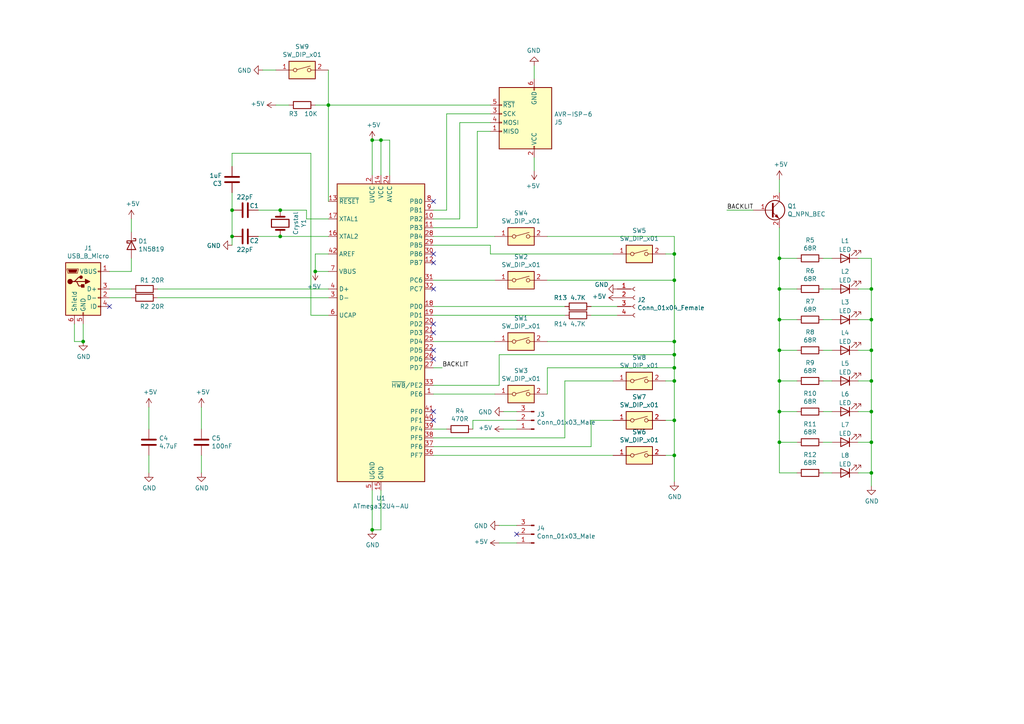
<source format=kicad_sch>
(kicad_sch (version 20211123) (generator eeschema)
  (paper "A4")
  (lib_symbols
    (symbol "Connector:AVR-ISP-6" (pin_names (offset 1.016))
      (property "Reference" "J" (at -6.35 11.43 0))
      (property "Value" "AVR-ISP-6" (at 0 11.43 0))
      (symbol "AVR-ISP-6_0_1"
        (rectangle (start -2.667 -6.858) (end -2.413 -7.62))
        (rectangle (start -2.667 10.16) (end -2.413 9.398))
        (rectangle (start 7.62 -2.413) (end 6.858 -2.667))
        (rectangle (start 7.62 0.127) (end 6.858 -0.127))
        (rectangle (start 7.62 2.667) (end 6.858 2.413))
        (rectangle (start 7.62 5.207) (end 6.858 4.953))
        (rectangle (start 7.62 10.16) (end -7.62 -7.62) (stroke (width 0.254)) (fill (type background)))
      )
      (symbol "AVR-ISP-6_1_1"
        (pin passive line (at 10.16 5.08 180) (length 2.54) (name "MISO") (number "1"))
        (pin passive line (at -2.54 12.7 270) (length 2.54) (name "VCC") (number "2"))
        (pin passive line (at 10.16 0 180) (length 2.54) (name "SCK") (number "3"))
        (pin passive line (at 10.16 2.54 180) (length 2.54) (name "MOSI") (number "4"))
        (pin passive line (at 10.16 -2.54 180) (length 2.54) (name "~{RST}") (number "5"))
        (pin passive line (at -2.54 -10.16 90) (length 2.54) (name "GND") (number "6"))
      )
    )
    (symbol "Connector:Conn_01x03_Male" (pin_names (offset 1.016) hide)
      (property "Reference" "J" (at 0 5.08 0))
      (property "Value" "Conn_01x03_Male" (at 0 -5.08 0))
      (symbol "Conn_01x03_Male_1_1"
        (polyline (pts (xy 1.27 -2.54) (xy 0.8636 -2.54)) (stroke (width 0.1524)))
        (polyline (pts (xy 1.27 0) (xy 0.8636 0)) (stroke (width 0.1524)))
        (polyline (pts (xy 1.27 2.54) (xy 0.8636 2.54)) (stroke (width 0.1524)))
        (rectangle (start 0.8636 -2.413) (end 0 -2.667) (stroke (width 0.1524)) (fill (type outline)))
        (rectangle (start 0.8636 0.127) (end 0 -0.127) (stroke (width 0.1524)) (fill (type outline)))
        (rectangle (start 0.8636 2.667) (end 0 2.413) (stroke (width 0.1524)) (fill (type outline)))
        (pin passive line (at 5.08 2.54 180) (length 3.81) (name "Pin_1") (number "1"))
        (pin passive line (at 5.08 0 180) (length 3.81) (name "Pin_2") (number "2"))
        (pin passive line (at 5.08 -2.54 180) (length 3.81) (name "Pin_3") (number "3"))
      )
    )
    (symbol "Connector:Conn_01x04_Female" (pin_names (offset 1.016) hide)
      (property "Reference" "J" (at 0 5.08 0))
      (property "Value" "Conn_01x04_Female" (at 0 -7.62 0))
      (symbol "Conn_01x04_Female_1_1"
        (arc (start 0 -4.572) (mid -0.508 -5.08) (end 0 -5.588) (stroke (width 0.1524)))
        (arc (start 0 -2.032) (mid -0.508 -2.54) (end 0 -3.048) (stroke (width 0.1524)))
        (polyline (pts (xy -1.27 -5.08) (xy -0.508 -5.08)) (stroke (width 0.1524)))
        (polyline (pts (xy -1.27 -2.54) (xy -0.508 -2.54)) (stroke (width 0.1524)))
        (polyline (pts (xy -1.27 0) (xy -0.508 0)) (stroke (width 0.1524)))
        (polyline (pts (xy -1.27 2.54) (xy -0.508 2.54)) (stroke (width 0.1524)))
        (arc (start 0 0.508) (mid -0.508 0) (end 0 -0.508) (stroke (width 0.1524)))
        (arc (start 0 3.048) (mid -0.508 2.54) (end 0 2.032) (stroke (width 0.1524)))
        (pin passive line (at -5.08 2.54 0) (length 3.81) (name "Pin_1") (number "1"))
        (pin passive line (at -5.08 0 0) (length 3.81) (name "Pin_2") (number "2"))
        (pin passive line (at -5.08 -2.54 0) (length 3.81) (name "Pin_3") (number "3"))
        (pin passive line (at -5.08 -5.08 0) (length 3.81) (name "Pin_4") (number "4"))
      )
    )
    (symbol "Connector:USB_B_Micro" (pin_names (offset 1.016))
      (property "Reference" "J" (at -5.08 11.43 0))
      (property "Value" "USB_B_Micro" (at -5.08 8.89 0))
      (symbol "USB_B_Micro_0_1"
        (rectangle (start -5.08 -7.62) (end 5.08 7.62) (stroke (width 0.254)) (fill (type background)))
        (circle (center -3.81 2.159) (radius 0.635) (stroke (width 0.254)) (fill (type outline)))
        (circle (center -0.635 3.429) (radius 0.381) (stroke (width 0.254)) (fill (type outline)))
        (rectangle (start -0.127 -7.62) (end 0.127 -6.858))
        (polyline (pts (xy -1.905 2.159) (xy 0.635 2.159)) (stroke (width 0.254)))
        (polyline (pts (xy -3.175 2.159) (xy -2.54 2.159) (xy -1.27 3.429) (xy -0.635 3.429)) (stroke (width 0.254)))
        (polyline (pts (xy -2.54 2.159) (xy -1.905 2.159) (xy -1.27 0.889) (xy 0 0.889)) (stroke (width 0.254)))
        (polyline (pts (xy 0.635 2.794) (xy 0.635 1.524) (xy 1.905 2.159) (xy 0.635 2.794)) (stroke (width 0.254)) (fill (type outline)))
        (polyline (pts (xy -4.318 5.588) (xy -1.778 5.588) (xy -2.032 4.826) (xy -4.064 4.826) (xy -4.318 5.588)) (fill (type outline)))
        (polyline (pts (xy -4.699 5.842) (xy -4.699 5.588) (xy -4.445 4.826) (xy -4.445 4.572) (xy -1.651 4.572) (xy -1.651 4.826) (xy -1.397 5.588) (xy -1.397 5.842) (xy -4.699 5.842)))
        (rectangle (start 0.254 1.27) (end -0.508 0.508) (stroke (width 0.254)) (fill (type outline)))
        (rectangle (start 5.08 -5.207) (end 4.318 -4.953))
        (rectangle (start 5.08 -2.667) (end 4.318 -2.413))
        (rectangle (start 5.08 -0.127) (end 4.318 0.127))
        (rectangle (start 5.08 4.953) (end 4.318 5.207))
      )
      (symbol "USB_B_Micro_1_1"
        (pin power_out line (at 7.62 5.08 180) (length 2.54) (name "VBUS") (number "1"))
        (pin bidirectional line (at 7.62 -2.54 180) (length 2.54) (name "D-") (number "2"))
        (pin bidirectional line (at 7.62 0 180) (length 2.54) (name "D+") (number "3"))
        (pin passive line (at 7.62 -5.08 180) (length 2.54) (name "ID") (number "4"))
        (pin power_out line (at 0 -10.16 90) (length 2.54) (name "GND") (number "5"))
        (pin passive line (at -2.54 -10.16 90) (length 2.54) (name "Shield") (number "6"))
      )
    )
    (symbol "Device:C" (pin_numbers hide) (pin_names (offset 0.254))
      (property "Reference" "C" (at 0.635 2.54 0))
      (property "Value" "C" (at 0.635 -2.54 0))
      (symbol "C_0_1"
        (polyline (pts (xy -2.032 -0.762) (xy 2.032 -0.762)) (stroke (width 0.508)))
        (polyline (pts (xy -2.032 0.762) (xy 2.032 0.762)) (stroke (width 0.508)))
      )
      (symbol "C_1_1"
        (pin passive line (at 0 3.81 270) (length 2.794) (name "~") (number "1"))
        (pin passive line (at 0 -3.81 90) (length 2.794) (name "~") (number "2"))
      )
    )
    (symbol "Device:Crystal" (pin_numbers hide) (pin_names (offset 1.016) hide)
      (property "Reference" "Y" (at 0 3.81 0))
      (property "Value" "Crystal" (at 0 -3.81 0))
      (symbol "Crystal_0_1"
        (rectangle (start -1.143 2.54) (end 1.143 -2.54) (stroke (width 0.3048)))
        (polyline (pts (xy -2.54 0) (xy -1.905 0)))
        (polyline (pts (xy -1.905 -1.27) (xy -1.905 1.27)) (stroke (width 0.508)))
        (polyline (pts (xy 1.905 -1.27) (xy 1.905 1.27)) (stroke (width 0.508)))
        (polyline (pts (xy 2.54 0) (xy 1.905 0)))
      )
      (symbol "Crystal_1_1"
        (pin passive line (at -3.81 0 0) (length 1.27) (name "1") (number "1"))
        (pin passive line (at 3.81 0 180) (length 1.27) (name "2") (number "2"))
      )
    )
    (symbol "Device:D_Schottky" (pin_numbers hide) (pin_names (offset 1.016) hide)
      (property "Reference" "D" (at 0 2.54 0))
      (property "Value" "D_Schottky" (at 0 -2.54 0))
      (symbol "D_Schottky_0_1"
        (polyline (pts (xy 1.27 0) (xy -1.27 0)))
        (polyline (pts (xy 1.27 1.27) (xy 1.27 -1.27) (xy -1.27 0) (xy 1.27 1.27)) (stroke (width 0.254)))
        (polyline (pts (xy -1.905 0.635) (xy -1.905 1.27) (xy -1.27 1.27) (xy -1.27 -1.27) (xy -0.635 -1.27) (xy -0.635 -0.635)) (stroke (width 0.254)))
      )
      (symbol "D_Schottky_1_1"
        (pin passive line (at -3.81 0 0) (length 2.54) (name "K") (number "1"))
        (pin passive line (at 3.81 0 180) (length 2.54) (name "A") (number "2"))
      )
    )
    (symbol "Device:LED" (pin_numbers hide) (pin_names (offset 1.016) hide)
      (property "Reference" "D" (at 0 2.54 0))
      (property "Value" "LED" (at 0 -2.54 0))
      (symbol "LED_0_1"
        (polyline (pts (xy -1.27 -1.27) (xy -1.27 1.27)) (stroke (width 0.254)))
        (polyline (pts (xy -1.27 0) (xy 1.27 0)))
        (polyline (pts (xy 1.27 -1.27) (xy 1.27 1.27) (xy -1.27 0) (xy 1.27 -1.27)) (stroke (width 0.254)))
        (polyline (pts (xy -3.048 -0.762) (xy -4.572 -2.286) (xy -3.81 -2.286) (xy -4.572 -2.286) (xy -4.572 -1.524)))
        (polyline (pts (xy -1.778 -0.762) (xy -3.302 -2.286) (xy -2.54 -2.286) (xy -3.302 -2.286) (xy -3.302 -1.524)))
      )
      (symbol "LED_1_1"
        (pin passive line (at -3.81 0 0) (length 2.54) (name "K") (number "1"))
        (pin passive line (at 3.81 0 180) (length 2.54) (name "A") (number "2"))
      )
    )
    (symbol "Device:Q_NPN_BEC" (pin_names (offset 0) hide)
      (property "Reference" "Q" (at 5.08 1.27 0))
      (property "Value" "Q_NPN_BEC" (at 5.08 -1.27 0))
      (symbol "Q_NPN_BEC_0_1"
        (polyline (pts (xy 0.635 0.635) (xy 2.54 2.54)))
        (polyline (pts (xy 0.635 -0.635) (xy 2.54 -2.54) (xy 2.54 -2.54)))
        (polyline (pts (xy 0.635 1.905) (xy 0.635 -1.905) (xy 0.635 -1.905)) (stroke (width 0.508)))
        (polyline (pts (xy 1.27 -1.778) (xy 1.778 -1.27) (xy 2.286 -2.286) (xy 1.27 -1.778) (xy 1.27 -1.778)) (fill (type outline)))
        (circle (center 1.27 0) (radius 2.8194) (stroke (width 0.254)))
      )
      (symbol "Q_NPN_BEC_1_1"
        (pin input line (at -5.08 0 0) (length 5.715) (name "B") (number "1"))
        (pin passive line (at 2.54 -5.08 90) (length 2.54) (name "E") (number "2"))
        (pin passive line (at 2.54 5.08 270) (length 2.54) (name "C") (number "3"))
      )
    )
    (symbol "Device:R" (pin_numbers hide) (pin_names (offset 0))
      (property "Reference" "R" (at 2.032 0 90))
      (property "Value" "R" (at 0 0 90))
      (symbol "R_0_1"
        (rectangle (start -1.016 -2.54) (end 1.016 2.54) (stroke (width 0.254)))
      )
      (symbol "R_1_1"
        (pin passive line (at 0 3.81 270) (length 1.27) (name "~") (number "1"))
        (pin passive line (at 0 -3.81 90) (length 1.27) (name "~") (number "2"))
      )
    )
    (symbol "MCU_Microchip_ATmega:ATmega32U4-AU"
      (property "Reference" "U" (at -12.7 44.45 0))
      (property "Value" "MCU_Microchip_ATmega_ATmega32U4-AU" (at 2.54 -44.45 0))
      (symbol "ATmega32U4-AU_0_1"
        (rectangle (start -12.7 -43.18) (end 12.7 43.18) (stroke (width 0.254)) (fill (type background)))
      )
      (symbol "ATmega32U4-AU_1_1"
        (pin bidirectional line (at 15.24 -17.78 180) (length 2.54) (name "PE6") (number "1"))
        (pin bidirectional line (at 15.24 33.02 180) (length 2.54) (name "PB2") (number "10"))
        (pin bidirectional line (at 15.24 30.48 180) (length 2.54) (name "PB3") (number "11"))
        (pin bidirectional line (at 15.24 20.32 180) (length 2.54) (name "PB7") (number "12"))
        (pin input line (at -15.24 38.1 0) (length 2.54) (name "~{RESET}") (number "13"))
        (pin power_in line (at 0 45.72 270) (length 2.54) (name "VCC") (number "14"))
        (pin power_in line (at 0 -45.72 90) (length 2.54) (name "GND") (number "15"))
        (pin output line (at -15.24 27.94 0) (length 2.54) (name "XTAL2") (number "16"))
        (pin input line (at -15.24 33.02 0) (length 2.54) (name "XTAL1") (number "17"))
        (pin bidirectional line (at 15.24 7.62 180) (length 2.54) (name "PD0") (number "18"))
        (pin bidirectional line (at 15.24 5.08 180) (length 2.54) (name "PD1") (number "19"))
        (pin power_in line (at -2.54 45.72 270) (length 2.54) (name "UVCC") (number "2"))
        (pin bidirectional line (at 15.24 2.54 180) (length 2.54) (name "PD2") (number "20"))
        (pin bidirectional line (at 15.24 0 180) (length 2.54) (name "PD3") (number "21"))
        (pin bidirectional line (at 15.24 -5.08 180) (length 2.54) (name "PD5") (number "22"))
        (pin passive line (at 0 -45.72 90) (length 2.54) hide (name "GND") (number "23"))
        (pin power_in line (at 2.54 45.72 270) (length 2.54) (name "AVCC") (number "24"))
        (pin bidirectional line (at 15.24 -2.54 180) (length 2.54) (name "PD4") (number "25"))
        (pin bidirectional line (at 15.24 -7.62 180) (length 2.54) (name "PD6") (number "26"))
        (pin bidirectional line (at 15.24 -10.16 180) (length 2.54) (name "PD7") (number "27"))
        (pin bidirectional line (at 15.24 27.94 180) (length 2.54) (name "PB4") (number "28"))
        (pin bidirectional line (at 15.24 25.4 180) (length 2.54) (name "PB5") (number "29"))
        (pin bidirectional line (at -15.24 10.16 0) (length 2.54) (name "D-") (number "3"))
        (pin bidirectional line (at 15.24 22.86 180) (length 2.54) (name "PB6") (number "30"))
        (pin bidirectional line (at 15.24 15.24 180) (length 2.54) (name "PC6") (number "31"))
        (pin bidirectional line (at 15.24 12.7 180) (length 2.54) (name "PC7") (number "32"))
        (pin bidirectional line (at 15.24 -15.24 180) (length 2.54) (name "~{HWB}/PE2") (number "33"))
        (pin passive line (at 0 45.72 270) (length 2.54) hide (name "VCC") (number "34"))
        (pin passive line (at 0 -45.72 90) (length 2.54) hide (name "GND") (number "35"))
        (pin bidirectional line (at 15.24 -35.56 180) (length 2.54) (name "PF7") (number "36"))
        (pin bidirectional line (at 15.24 -33.02 180) (length 2.54) (name "PF6") (number "37"))
        (pin bidirectional line (at 15.24 -30.48 180) (length 2.54) (name "PF5") (number "38"))
        (pin bidirectional line (at 15.24 -27.94 180) (length 2.54) (name "PF4") (number "39"))
        (pin bidirectional line (at -15.24 12.7 0) (length 2.54) (name "D+") (number "4"))
        (pin bidirectional line (at 15.24 -25.4 180) (length 2.54) (name "PF1") (number "40"))
        (pin bidirectional line (at 15.24 -22.86 180) (length 2.54) (name "PF0") (number "41"))
        (pin passive line (at -15.24 22.86 0) (length 2.54) (name "AREF") (number "42"))
        (pin passive line (at 0 -45.72 90) (length 2.54) hide (name "GND") (number "43"))
        (pin passive line (at 2.54 45.72 270) (length 2.54) hide (name "AVCC") (number "44"))
        (pin passive line (at -2.54 -45.72 90) (length 2.54) (name "UGND") (number "5"))
        (pin passive line (at -15.24 5.08 0) (length 2.54) (name "UCAP") (number "6"))
        (pin input line (at -15.24 17.78 0) (length 2.54) (name "VBUS") (number "7"))
        (pin bidirectional line (at 15.24 38.1 180) (length 2.54) (name "PB0") (number "8"))
        (pin bidirectional line (at 15.24 35.56 180) (length 2.54) (name "PB1") (number "9"))
      )
    )
    (symbol "Switch:SW_DIP_x01" (pin_names (offset 0) hide)
      (property "Reference" "SW" (at 0 3.81 0))
      (property "Value" "SW_DIP_x01" (at 0 -3.81 0))
      (symbol "SW_DIP_x01_0_0"
        (circle (center -2.032 0) (radius 0.508))
        (polyline (pts (xy -1.524 0.127) (xy 2.3622 1.1684)))
        (circle (center 2.032 0) (radius 0.508))
      )
      (symbol "SW_DIP_x01_0_1"
        (rectangle (start -3.81 2.54) (end 3.81 -2.54) (stroke (width 0.254)) (fill (type background)))
      )
      (symbol "SW_DIP_x01_1_1"
        (pin passive line (at -7.62 0 0) (length 5.08) (name "~") (number "1"))
        (pin passive line (at 7.62 0 180) (length 5.08) (name "~") (number "2"))
      )
    )
    (symbol "power:+5V" (power) (pin_names (offset 0))
      (property "Value" "+5V" (at 0 3.556 0))
      (symbol "+5V_0_1"
        (polyline (pts (xy -0.762 1.27) (xy 0 2.54)))
        (polyline (pts (xy 0 0) (xy 0 2.54)))
        (polyline (pts (xy 0 2.54) (xy 0.762 1.27)))
      )
      (symbol "+5V_1_1"
        (pin power_in line (at 0 0 90) (length 0) hide (name "+5V") (number "1"))
      )
    )
    (symbol "power:GND" (power) (pin_names (offset 0))
      (property "Value" "GND" (at 0 -3.81 0))
      (symbol "GND_0_1"
        (polyline (pts (xy 0 0) (xy 0 -1.27) (xy 1.27 -1.27) (xy 0 -2.54) (xy -1.27 -1.27) (xy 0 -1.27)))
      )
      (symbol "GND_1_1"
        (pin power_in line (at 0 0 270) (length 0) hide (name "GND") (number "1"))
      )
    )
  )
  (junction (at 110.49 40.64))
  (junction (at 252.73 119.38))
  (junction (at 91.44 78.74))
  (junction (at 67.31 60.96))
  (junction (at 226.06 101.6))
  (junction (at 195.58 106.68))
  (junction (at 226.06 83.82))
  (junction (at 195.58 132.08))
  (junction (at 226.06 74.93))
  (junction (at 107.95 153.67))
  (junction (at 226.06 119.38))
  (junction (at 252.73 92.71))
  (junction (at 195.58 73.66))
  (junction (at 24.13 99.06))
  (junction (at 226.06 92.71))
  (junction (at 81.28 60.96))
  (junction (at 107.95 40.64))
  (junction (at 195.58 102.87))
  (junction (at 195.58 81.28))
  (junction (at 95.25 30.48))
  (junction (at 195.58 99.06))
  (junction (at 252.73 110.49))
  (junction (at 252.73 128.27))
  (junction (at 226.06 128.27))
  (junction (at 252.73 83.82))
  (junction (at 81.28 68.58))
  (junction (at 252.73 101.6))
  (junction (at 67.31 68.58))
  (junction (at 195.58 110.49))
  (junction (at 226.06 110.49))
  (junction (at 195.58 121.92))
  (junction (at 252.73 137.16))
  (no_connect (at 125.73 101.6))
  (no_connect (at 125.73 73.66))
  (no_connect (at 125.73 76.2))
  (no_connect (at 125.73 83.82))
  (no_connect (at 125.73 96.52))
  (no_connect (at 125.73 121.92))
  (no_connect (at 125.73 119.38))
  (no_connect (at 31.75 88.9))
  (no_connect (at 125.73 93.98))
  (no_connect (at 125.73 104.14))
  (no_connect (at 149.86 154.94))
  (no_connect (at 125.73 58.42))
  (wire (pts (xy 31.75 78.74) (xy 38.1 78.74)))
  (wire (pts (xy 158.75 81.28) (xy 195.58 81.28)))
  (wire (pts (xy 195.58 73.66) (xy 195.58 81.28)))
  (wire (pts (xy 137.16 124.46) (xy 137.16 121.92)))
  (wire (pts (xy 252.73 83.82) (xy 252.73 92.71)))
  (wire (pts (xy 88.9 60.96) (xy 81.28 60.96)))
  (wire (pts (xy 144.78 102.87) (xy 195.58 102.87)))
  (wire (pts (xy 226.06 128.27) (xy 226.06 137.16)))
  (wire (pts (xy 226.06 137.16) (xy 231.14 137.16)))
  (wire (pts (xy 238.76 137.16) (xy 241.3 137.16)))
  (wire (pts (xy 67.31 55.88) (xy 67.31 60.96)))
  (wire (pts (xy 125.73 99.06) (xy 143.51 99.06)))
  (wire (pts (xy 195.58 68.58) (xy 195.58 73.66)))
  (wire (pts (xy 226.06 92.71) (xy 226.06 101.6)))
  (wire (pts (xy 95.25 58.42) (xy 95.25 30.48)))
  (wire (pts (xy 248.92 83.82) (xy 252.73 83.82)))
  (wire (pts (xy 125.73 91.44) (xy 163.83 91.44)))
  (wire (pts (xy 226.06 55.88) (xy 226.06 52.07)))
  (wire (pts (xy 125.73 71.12) (xy 142.24 71.12)))
  (wire (pts (xy 67.31 48.26) (xy 67.31 44.45)))
  (wire (pts (xy 107.95 142.24) (xy 107.95 153.67)))
  (wire (pts (xy 133.35 63.5) (xy 133.35 35.56)))
  (wire (pts (xy 21.59 99.06) (xy 24.13 99.06)))
  (wire (pts (xy 90.17 44.45) (xy 90.17 91.44)))
  (wire (pts (xy 248.92 92.71) (xy 252.73 92.71)))
  (wire (pts (xy 238.76 92.71) (xy 241.3 92.71)))
  (wire (pts (xy 95.25 83.82) (xy 45.72 83.82)))
  (wire (pts (xy 163.83 110.49) (xy 177.8 110.49)))
  (wire (pts (xy 193.04 73.66) (xy 195.58 73.66)))
  (wire (pts (xy 125.73 132.08) (xy 177.8 132.08)))
  (wire (pts (xy 21.59 93.98) (xy 21.59 99.06)))
  (wire (pts (xy 138.43 38.1) (xy 142.24 38.1)))
  (wire (pts (xy 158.75 68.58) (xy 195.58 68.58)))
  (wire (pts (xy 95.25 30.48) (xy 95.25 20.32)))
  (wire (pts (xy 154.94 19.05) (xy 154.94 22.86)))
  (wire (pts (xy 125.73 106.68) (xy 128.27 106.68)))
  (wire (pts (xy 110.49 40.64) (xy 107.95 40.64)))
  (wire (pts (xy 226.06 74.93) (xy 226.06 83.82)))
  (wire (pts (xy 248.92 74.93) (xy 252.73 74.93)))
  (wire (pts (xy 125.73 66.04) (xy 138.43 66.04)))
  (wire (pts (xy 171.45 121.92) (xy 177.8 121.92)))
  (wire (pts (xy 231.14 128.27) (xy 226.06 128.27)))
  (wire (pts (xy 129.54 33.02) (xy 142.24 33.02)))
  (wire (pts (xy 195.58 102.87) (xy 195.58 106.68)))
  (wire (pts (xy 252.73 128.27) (xy 252.73 137.16)))
  (wire (pts (xy 142.24 30.48) (xy 95.25 30.48)))
  (wire (pts (xy 226.06 74.93) (xy 226.06 66.04)))
  (wire (pts (xy 195.58 81.28) (xy 195.58 99.06)))
  (wire (pts (xy 154.94 45.72) (xy 154.94 49.53)))
  (wire (pts (xy 142.24 73.66) (xy 177.8 73.66)))
  (wire (pts (xy 146.05 119.38) (xy 149.86 119.38)))
  (wire (pts (xy 110.49 153.67) (xy 107.95 153.67)))
  (wire (pts (xy 58.42 132.08) (xy 58.42 137.16)))
  (wire (pts (xy 248.92 110.49) (xy 252.73 110.49)))
  (wire (pts (xy 45.72 86.36) (xy 95.25 86.36)))
  (wire (pts (xy 110.49 142.24) (xy 110.49 153.67)))
  (wire (pts (xy 171.45 129.54) (xy 171.45 121.92)))
  (wire (pts (xy 238.76 119.38) (xy 241.3 119.38)))
  (wire (pts (xy 95.25 63.5) (xy 88.9 63.5)))
  (wire (pts (xy 238.76 74.93) (xy 241.3 74.93)))
  (wire (pts (xy 67.31 71.12) (xy 67.31 68.58)))
  (wire (pts (xy 226.06 110.49) (xy 226.06 119.38)))
  (wire (pts (xy 125.73 114.3) (xy 143.51 114.3)))
  (wire (pts (xy 226.06 101.6) (xy 226.06 110.49)))
  (wire (pts (xy 95.25 73.66) (xy 91.44 73.66)))
  (wire (pts (xy 38.1 67.31) (xy 38.1 63.5)))
  (wire (pts (xy 142.24 71.12) (xy 142.24 73.66)))
  (wire (pts (xy 133.35 35.56) (xy 142.24 35.56)))
  (wire (pts (xy 226.06 83.82) (xy 226.06 92.71)))
  (wire (pts (xy 171.45 91.44) (xy 179.07 91.44)))
  (wire (pts (xy 158.75 114.3) (xy 158.75 106.68)))
  (wire (pts (xy 95.25 68.58) (xy 81.28 68.58)))
  (wire (pts (xy 195.58 132.08) (xy 195.58 139.7)))
  (wire (pts (xy 195.58 99.06) (xy 195.58 102.87)))
  (wire (pts (xy 80.01 20.32) (xy 76.2 20.32)))
  (wire (pts (xy 125.73 129.54) (xy 171.45 129.54)))
  (wire (pts (xy 113.03 50.8) (xy 113.03 40.64)))
  (wire (pts (xy 252.73 137.16) (xy 252.73 140.97)))
  (wire (pts (xy 238.76 101.6) (xy 241.3 101.6)))
  (wire (pts (xy 248.92 137.16) (xy 252.73 137.16)))
  (wire (pts (xy 163.83 127) (xy 163.83 110.49)))
  (wire (pts (xy 74.93 68.58) (xy 81.28 68.58)))
  (wire (pts (xy 138.43 66.04) (xy 138.43 38.1)))
  (wire (pts (xy 231.14 74.93) (xy 226.06 74.93)))
  (wire (pts (xy 231.14 101.6) (xy 226.06 101.6)))
  (wire (pts (xy 231.14 92.71) (xy 226.06 92.71)))
  (wire (pts (xy 31.75 83.82) (xy 38.1 83.82)))
  (wire (pts (xy 43.18 124.46) (xy 43.18 118.11)))
  (wire (pts (xy 91.44 30.48) (xy 95.25 30.48)))
  (wire (pts (xy 158.75 106.68) (xy 195.58 106.68)))
  (wire (pts (xy 125.73 81.28) (xy 143.51 81.28)))
  (wire (pts (xy 146.05 124.46) (xy 149.86 124.46)))
  (wire (pts (xy 125.73 68.58) (xy 143.51 68.58)))
  (wire (pts (xy 90.17 91.44) (xy 95.25 91.44)))
  (wire (pts (xy 88.9 63.5) (xy 88.9 60.96)))
  (wire (pts (xy 252.73 101.6) (xy 252.73 110.49)))
  (wire (pts (xy 107.95 50.8) (xy 107.95 40.64)))
  (wire (pts (xy 210.82 60.96) (xy 218.44 60.96)))
  (wire (pts (xy 238.76 128.27) (xy 241.3 128.27)))
  (wire (pts (xy 31.75 86.36) (xy 38.1 86.36)))
  (wire (pts (xy 58.42 124.46) (xy 58.42 118.11)))
  (wire (pts (xy 238.76 83.82) (xy 241.3 83.82)))
  (wire (pts (xy 193.04 132.08) (xy 195.58 132.08)))
  (wire (pts (xy 195.58 121.92) (xy 195.58 132.08)))
  (wire (pts (xy 24.13 93.98) (xy 24.13 99.06)))
  (wire (pts (xy 125.73 124.46) (xy 129.54 124.46)))
  (wire (pts (xy 195.58 106.68) (xy 195.58 110.49)))
  (wire (pts (xy 125.73 60.96) (xy 129.54 60.96)))
  (wire (pts (xy 252.73 92.71) (xy 252.73 101.6)))
  (wire (pts (xy 43.18 132.08) (xy 43.18 137.16)))
  (wire (pts (xy 67.31 44.45) (xy 90.17 44.45)))
  (wire (pts (xy 193.04 121.92) (xy 195.58 121.92)))
  (wire (pts (xy 38.1 78.74) (xy 38.1 74.93)))
  (wire (pts (xy 158.75 99.06) (xy 195.58 99.06)))
  (wire (pts (xy 226.06 119.38) (xy 226.06 128.27)))
  (wire (pts (xy 252.73 110.49) (xy 252.73 119.38)))
  (wire (pts (xy 110.49 50.8) (xy 110.49 40.64)))
  (wire (pts (xy 252.73 119.38) (xy 252.73 128.27)))
  (wire (pts (xy 193.04 110.49) (xy 195.58 110.49)))
  (wire (pts (xy 144.78 157.48) (xy 149.86 157.48)))
  (wire (pts (xy 231.14 119.38) (xy 226.06 119.38)))
  (wire (pts (xy 195.58 110.49) (xy 195.58 121.92)))
  (wire (pts (xy 125.73 127) (xy 163.83 127)))
  (wire (pts (xy 137.16 121.92) (xy 149.86 121.92)))
  (wire (pts (xy 231.14 110.49) (xy 226.06 110.49)))
  (wire (pts (xy 83.82 30.48) (xy 80.01 30.48)))
  (wire (pts (xy 113.03 40.64) (xy 110.49 40.64)))
  (wire (pts (xy 95.25 78.74) (xy 91.44 78.74)))
  (wire (pts (xy 125.73 88.9) (xy 163.83 88.9)))
  (wire (pts (xy 91.44 73.66) (xy 91.44 78.74)))
  (wire (pts (xy 67.31 60.96) (xy 67.31 68.58)))
  (wire (pts (xy 144.78 152.4) (xy 149.86 152.4)))
  (wire (pts (xy 248.92 119.38) (xy 252.73 119.38)))
  (wire (pts (xy 125.73 111.76) (xy 144.78 111.76)))
  (wire (pts (xy 252.73 74.93) (xy 252.73 83.82)))
  (wire (pts (xy 74.93 60.96) (xy 81.28 60.96)))
  (wire (pts (xy 129.54 60.96) (xy 129.54 33.02)))
  (wire (pts (xy 144.78 111.76) (xy 144.78 102.87)))
  (wire (pts (xy 125.73 63.5) (xy 133.35 63.5)))
  (wire (pts (xy 231.14 83.82) (xy 226.06 83.82)))
  (wire (pts (xy 238.76 110.49) (xy 241.3 110.49)))
  (wire (pts (xy 248.92 128.27) (xy 252.73 128.27)))
  (wire (pts (xy 171.45 88.9) (xy 179.07 88.9)))
  (wire (pts (xy 248.92 101.6) (xy 252.73 101.6)))
  (label "BACKLIT" (at 128.27 106.68 0))
  (label "BACKLIT" (at 210.82 60.96 0))
  (symbol (lib_id "Connector:USB_B_Micro") (at 24.13 83.82 0) (unit 1)
    (property "Reference" "J1" (at 25.5778 71.9582 0))
    (property "Value" "USB_B_Micro" (at 25.5778 74.2696 0))
    (property "Footprint" "Connector_USB:USB_Micro-B_Molex-105017-0001" (effects hide))
  )
  (symbol (lib_id "Switch:SW_DIP_x01") (at 151.13 99.06 0) (unit 1)
    (property "Reference" "SW1" (at 151.13 92.2782 0))
    (property "Value" "SW_DIP_x01" (at 151.13 94.5896 0))
    (property "Footprint" "Button_Switch_Keyboard:SW_Cherry_MX_1.00u_Plate" (effects hide))
  )
  (symbol (lib_id "Switch:SW_DIP_x01") (at 151.13 81.28 0) (unit 1)
    (property "Reference" "SW2" (at 151.13 74.4982 0))
    (property "Value" "SW_DIP_x01" (at 151.13 76.8096 0))
    (property "Footprint" "Button_Switch_Keyboard:SW_Cherry_MX_1.00u_Plate" (effects hide))
  )
  (symbol (lib_id "Switch:SW_DIP_x01") (at 151.13 114.3 0) (unit 1)
    (property "Reference" "SW3" (at 151.13 107.5182 0))
    (property "Value" "SW_DIP_x01" (at 151.13 109.8296 0))
    (property "Footprint" "Button_Switch_Keyboard:SW_Cherry_MX_1.00u_Plate" (effects hide))
  )
  (symbol (lib_id "Switch:SW_DIP_x01") (at 151.13 68.58 0) (unit 1)
    (property "Reference" "SW4" (at 151.13 61.7982 0))
    (property "Value" "SW_DIP_x01" (at 151.13 64.1096 0))
    (property "Footprint" "Button_Switch_Keyboard:SW_Cherry_MX_1.00u_Plate" (effects hide))
  )
  (symbol (lib_id "Switch:SW_DIP_x01") (at 185.42 73.66 0) (unit 1)
    (property "Reference" "SW5" (at 185.42 66.8782 0))
    (property "Value" "SW_DIP_x01" (at 185.42 69.1896 0))
    (property "Footprint" "Button_Switch_Keyboard:SW_Cherry_MX_1.00u_Plate" (effects hide))
  )
  (symbol (lib_id "Switch:SW_DIP_x01") (at 185.42 132.08 0) (unit 1)
    (property "Reference" "SW6" (at 185.42 125.2982 0))
    (property "Value" "SW_DIP_x01" (at 185.42 127.6096 0))
    (property "Footprint" "Button_Switch_Keyboard:SW_Cherry_MX_1.00u_Plate" (effects hide))
  )
  (symbol (lib_id "Switch:SW_DIP_x01") (at 185.42 121.92 0) (unit 1)
    (property "Reference" "SW7" (at 185.42 115.1382 0))
    (property "Value" "SW_DIP_x01" (at 185.42 117.4496 0))
    (property "Footprint" "Button_Switch_Keyboard:SW_Cherry_MX_1.00u_Plate" (effects hide))
  )
  (symbol (lib_id "Switch:SW_DIP_x01") (at 185.42 110.49 0) (unit 1)
    (property "Reference" "SW8" (at 185.42 103.7082 0))
    (property "Value" "SW_DIP_x01" (at 185.42 106.0196 0))
    (property "Footprint" "Button_Switch_Keyboard:SW_Cherry_MX_1.00u_Plate" (effects hide))
  )
  (symbol (lib_id "Device:LED") (at 245.11 74.93 180) (unit 1)
    (property "Reference" "L1" (at 245.11 69.85 0))
    (property "Value" "LED" (at 245.11 72.39 0))
    (property "Footprint" "LED_THT:LED_D3.0mm" (effects hide))
  )
  (symbol (lib_id "Device:R") (at 41.91 83.82 270) (unit 1)
    (property "Reference" "R1" (at 41.91 81.28 90))
    (property "Value" "20R" (at 45.72 81.28 90))
    (property "Footprint" "Resistors_SMD:R_0603" (effects hide))
  )
  (symbol (lib_id "Device:R") (at 41.91 86.36 270) (unit 1)
    (property "Reference" "R2" (at 41.91 88.9 90))
    (property "Value" "20R" (at 45.72 88.9 90))
    (property "Footprint" "Resistors_SMD:R_0603" (effects hide))
  )
  (symbol (lib_id "Device:C") (at 71.12 60.96 270) (unit 1)
    (property "Reference" "C1" (at 72.39 59.69 90) (effects (justify left)))
    (property "Value" "22pF" (at 68.58 57.15 90) (effects (justify left)))
    (property "Footprint" "Capacitor_SMD:C_0603_1608Metric" (effects hide))
  )
  (symbol (lib_id "Device:C") (at 71.12 68.58 270) (unit 1)
    (property "Reference" "C2" (at 72.39 69.85 90) (effects (justify left)))
    (property "Value" "22pF" (at 68.58 72.39 90) (effects (justify left)))
    (property "Footprint" "Capacitor_SMD:C_0603_1608Metric" (effects hide))
  )
  (symbol (lib_id "Device:C") (at 67.31 52.07 180) (unit 1)
    (property "Reference" "C3" (at 64.389 53.2384 0) (effects (justify left)))
    (property "Value" "1uF" (at 64.389 50.927 0) (effects (justify left)))
    (property "Footprint" "Capacitor_SMD:C_0603_1608Metric" (effects hide))
  )
  (symbol (lib_id "Device:Crystal") (at 81.28 64.77 270) (unit 1)
    (property "Reference" "Y1" (at 88.0872 64.77 0))
    (property "Value" "Crystal" (at 85.7758 64.77 0))
    (property "Footprint" "anavi-macro-pad-8:Crystal_SMD_3225-4Pin_3.2x2.5mm_HandSoldering" (effects hide))
  )
  (symbol (lib_id "Device:Q_NPN_BEC") (at 223.52 60.96 0) (unit 1)
    (property "Reference" "Q1" (at 228.3714 59.7916 0) (effects (justify left)))
    (property "Value" "Q_NPN_BEC" (at 228.3714 62.103 0) (effects (justify left)))
    (property "Footprint" "TO_SOT_Packages_SMD:SOT-23" (effects hide))
  )
  (symbol (lib_id "power:+5V") (at 226.06 52.07 0) (unit 1)
    (property "Reference" "#PWR0120" (effects hide))
    (property "Value" "+5V" (at 226.441 47.6758 0))
  )
  (symbol (lib_id "power:GND") (at 24.13 99.06 0) (unit 1)
    (property "Reference" "#PWR0101" (effects hide))
    (property "Value" "GND" (at 24.257 103.4542 0))
  )
  (symbol (lib_id "power:+5V") (at 38.1 63.5 0) (unit 1)
    (property "Reference" "#PWR0102" (effects hide))
    (property "Value" "+5V" (at 38.481 59.1058 0))
  )
  (symbol (lib_id "Device:D_Schottky") (at 38.1 71.12 270) (unit 1)
    (property "Reference" "D1" (at 40.1066 69.9516 90) (effects (justify left)))
    (property "Value" "1N5819" (at 40.1066 72.263 90) (effects (justify left)))
    (property "Footprint" "Diodes_SMD:SMA_Standard" (effects hide))
  )
  (symbol (lib_id "Device:R") (at 167.64 88.9 270) (unit 1)
    (property "Reference" "R13" (at 162.56 86.36 90))
    (property "Value" "4.7K" (at 167.64 86.36 90))
    (property "Footprint" "Resistors_SMD:R_0603" (effects hide))
  )
  (symbol (lib_id "Device:R") (at 167.64 91.44 270) (unit 1)
    (property "Reference" "R14" (at 162.56 93.98 90))
    (property "Value" "4.7K" (at 167.64 93.98 90))
    (property "Footprint" "Resistors_SMD:R_0603" (effects hide))
  )
  (symbol (lib_id "power:GND") (at 67.31 71.12 270) (unit 1)
    (property "Reference" "#PWR0103" (effects hide))
    (property "Value" "GND" (at 64.0588 71.247 90) (effects (justify right)))
  )
  (symbol (lib_id "Connector:AVR-ISP-6") (at 152.4 33.02 180) (unit 1)
    (property "Reference" "J5" (at 160.7566 35.4584 0) (effects (justify right)))
    (property "Value" "AVR-ISP-6" (at 160.7566 33.147 0) (effects (justify right)))
    (property "Footprint" "Connector_PinHeader_2.54mm:PinHeader_2x03_P2.54mm_Vertical" (effects hide))
    (property "Datasheet" " ~" (effects hide))
  )
  (symbol (lib_id "power:+5V") (at 107.95 40.64 0) (unit 1)
    (property "Reference" "#PWR0105" (effects hide))
    (property "Value" "+5V" (at 108.331 36.2458 0))
  )
  (symbol (lib_id "Device:R") (at 87.63 30.48 270) (unit 1)
    (property "Reference" "R3" (at 85.09 33.02 90))
    (property "Value" "10K" (at 90.17 33.02 90))
    (property "Footprint" "Resistors_SMD:R_0603" (effects hide))
  )
  (symbol (lib_id "power:GND") (at 154.94 19.05 180) (unit 1)
    (property "Reference" "#PWR0121" (effects hide))
    (property "Value" "GND" (at 154.813 14.6558 0))
  )
  (symbol (lib_id "power:+5V") (at 154.94 49.53 180) (unit 1)
    (property "Reference" "#PWR0122" (effects hide))
    (property "Value" "+5V" (at 154.559 53.9242 0))
  )
  (symbol (lib_id "power:+5V") (at 80.01 30.48 90) (unit 1)
    (property "Reference" "#PWR0106" (effects hide))
    (property "Value" "+5V" (at 76.7588 30.099 90) (effects (justify left)))
  )
  (symbol (lib_id "Switch:SW_DIP_x01") (at 87.63 20.32 0) (unit 1)
    (property "Reference" "SW9" (at 87.63 13.5382 0))
    (property "Value" "SW_DIP_x01" (at 87.63 15.8496 0))
    (property "Footprint" "Buttons_Switches_ThroughHole:SW_PUSH_6mm_h4.3mm" (effects hide))
  )
  (symbol (lib_id "MCU_Microchip_ATmega:ATmega32U4-AU") (at 110.49 96.52 0) (unit 1)
    (property "Reference" "U1" (at 110.49 144.5006 0))
    (property "Value" "ATmega32U4-AU" (at 110.49 146.812 0))
    (property "Footprint" "Package_QFP:TQFP-44_10x10mm_P0.8mm" (effects hide))
    (property "Datasheet" "http://ww1.microchip.com/downloads/en/DeviceDoc/Atmel-7766-8-bit-AVR-ATmega16U4-32U4_Datasheet.pdf" (effects hide))
  )
  (symbol (lib_id "power:GND") (at 76.2 20.32 270) (unit 1)
    (property "Reference" "#PWR0123" (effects hide))
    (property "Value" "GND" (at 72.9488 20.447 90) (effects (justify right)))
  )
  (symbol (lib_id "Device:C") (at 43.18 128.27 0) (unit 1)
    (property "Reference" "C4" (at 46.101 127.1016 0) (effects (justify left)))
    (property "Value" "4.7uF" (at 46.101 129.413 0) (effects (justify left)))
    (property "Footprint" "Capacitor_SMD:C_0603_1608Metric" (effects hide))
  )
  (symbol (lib_id "Device:C") (at 58.42 128.27 0) (unit 1)
    (property "Reference" "C5" (at 61.341 127.1016 0) (effects (justify left)))
    (property "Value" "100nF" (at 61.341 129.413 0) (effects (justify left)))
    (property "Footprint" "Capacitor_SMD:C_0603_1608Metric" (effects hide))
  )
  (symbol (lib_id "power:GND") (at 43.18 137.16 0) (unit 1)
    (property "Reference" "#PWR0104" (effects hide))
    (property "Value" "GND" (at 43.307 141.5542 0))
  )
  (symbol (lib_id "power:GND") (at 58.42 137.16 0) (unit 1)
    (property "Reference" "#PWR0108" (effects hide))
    (property "Value" "GND" (at 58.547 141.5542 0))
  )
  (symbol (lib_id "power:+5V") (at 43.18 118.11 0) (unit 1)
    (property "Reference" "#PWR0109" (effects hide))
    (property "Value" "+5V" (at 43.561 113.7158 0))
  )
  (symbol (lib_id "power:+5V") (at 58.42 118.11 0) (unit 1)
    (property "Reference" "#PWR0110" (effects hide))
    (property "Value" "+5V" (at 58.801 113.7158 0))
  )
  (symbol (lib_id "power:GND") (at 195.58 139.7 0) (unit 1)
    (property "Reference" "#PWR0111" (effects hide))
    (property "Value" "GND" (at 195.707 144.0942 0))
  )
  (symbol (lib_id "power:GND") (at 107.95 153.67 0) (unit 1)
    (property "Reference" "#PWR0112" (effects hide))
    (property "Value" "GND" (at 108.077 158.0642 0))
  )
  (symbol (lib_id "Connector:Conn_01x04_Female") (at 184.15 86.36 0) (unit 1)
    (property "Reference" "J2" (at 184.8612 86.9696 0) (effects (justify left)))
    (property "Value" "Conn_01x04_Female" (at 184.8612 89.281 0) (effects (justify left)))
    (property "Footprint" "Connector_PinHeader_2.54mm:PinHeader_1x04_P2.54mm_Vertical" (effects hide))
  )
  (symbol (lib_id "power:GND") (at 179.07 83.82 270) (unit 1)
    (property "Reference" "#PWR0113" (effects hide))
    (property "Value" "GND" (at 176.53 82.55 90) (effects (justify right)))
  )
  (symbol (lib_id "power:+5V") (at 179.07 86.36 90) (unit 1)
    (property "Reference" "#PWR0114" (effects hide))
    (property "Value" "+5V" (at 175.8188 85.979 90) (effects (justify left)))
  )
  (symbol (lib_id "Device:R") (at 133.35 124.46 270) (unit 1)
    (property "Reference" "R4" (at 133.35 119.2022 90))
    (property "Value" "470R" (at 133.35 121.5136 90))
    (property "Footprint" "Resistors_SMD:R_0603" (effects hide))
  )
  (symbol (lib_id "Connector:Conn_01x03_Male") (at 154.94 121.92 180) (unit 1)
    (property "Reference" "J3" (at 155.6512 120.1928 0) (effects (justify right)))
    (property "Value" "Conn_01x03_Male" (at 155.6512 122.5042 0) (effects (justify right)))
    (property "Footprint" "anavi-macro-pad-8:LedConnector_1x03_P2.54mm" (effects hide))
  )
  (symbol (lib_id "power:GND") (at 146.05 119.38 270) (unit 1)
    (property "Reference" "#PWR0115" (effects hide))
    (property "Value" "GND" (at 142.7988 119.507 90) (effects (justify right)))
  )
  (symbol (lib_id "power:+5V") (at 146.05 124.46 90) (unit 1)
    (property "Reference" "#PWR0116" (effects hide))
    (property "Value" "+5V" (at 142.7988 124.079 90) (effects (justify left)))
  )
  (symbol (lib_id "power:+5V") (at 91.44 78.74 180) (unit 1)
    (property "Reference" "#PWR0117" (effects hide))
    (property "Value" "+5V" (at 91.059 83.1342 0))
  )
  (symbol (lib_id "Connector:Conn_01x03_Male") (at 154.94 154.94 180) (unit 1)
    (property "Reference" "J4" (at 155.6512 153.2128 0) (effects (justify right)))
    (property "Value" "Conn_01x03_Male" (at 155.6512 155.5242 0) (effects (justify right)))
    (property "Footprint" "anavi-macro-pad-8:LedConnector_1x03_P2.54mm" (effects hide))
  )
  (symbol (lib_id "power:+5V") (at 144.78 157.48 90) (unit 1)
    (property "Reference" "#PWR0107" (effects hide))
    (property "Value" "+5V" (at 141.5288 157.099 90) (effects (justify left)))
  )
  (symbol (lib_id "power:GND") (at 144.78 152.4 270) (unit 1)
    (property "Reference" "#PWR0118" (effects hide))
    (property "Value" "GND" (at 141.5288 152.527 90) (effects (justify right)))
  )
  (symbol (lib_id "Device:R") (at 234.95 74.93 90) (unit 1)
    (property "Reference" "R5" (at 234.95 69.6722 90))
    (property "Value" "68R" (at 234.95 71.9836 90))
    (property "Footprint" "Resistors_SMD:R_0603" (effects hide))
  )
  (symbol (lib_id "Device:LED") (at 245.11 83.82 180) (unit 1)
    (property "Reference" "L2" (at 245.11 78.74 0))
    (property "Value" "LED" (at 245.11 81.28 0))
    (property "Footprint" "LED_THT:LED_D3.0mm" (effects hide))
  )
  (symbol (lib_id "Device:R") (at 234.95 83.82 90) (unit 1)
    (property "Reference" "R6" (at 234.95 78.5622 90))
    (property "Value" "68R" (at 234.95 80.8736 90))
    (property "Footprint" "Resistors_SMD:R_0603" (effects hide))
  )
  (symbol (lib_id "Device:LED") (at 245.11 92.71 180) (unit 1)
    (property "Reference" "L3" (at 245.11 87.63 0))
    (property "Value" "LED" (at 245.11 90.17 0))
    (property "Footprint" "LED_THT:LED_D3.0mm" (effects hide))
  )
  (symbol (lib_id "Device:R") (at 234.95 92.71 90) (unit 1)
    (property "Reference" "R7" (at 234.95 87.4522 90))
    (property "Value" "68R" (at 234.95 89.7636 90))
    (property "Footprint" "Resistors_SMD:R_0603" (effects hide))
  )
  (symbol (lib_id "Device:LED") (at 245.11 101.6 180) (unit 1)
    (property "Reference" "L4" (at 245.11 96.52 0))
    (property "Value" "LED" (at 245.11 99.06 0))
    (property "Footprint" "LED_THT:LED_D3.0mm" (effects hide))
  )
  (symbol (lib_id "Device:R") (at 234.95 101.6 90) (unit 1)
    (property "Reference" "R8" (at 234.95 96.3422 90))
    (property "Value" "68R" (at 234.95 98.6536 90))
    (property "Footprint" "Resistors_SMD:R_0603" (effects hide))
  )
  (symbol (lib_id "Device:LED") (at 245.11 110.49 180) (unit 1)
    (property "Reference" "L5" (at 245.11 105.41 0))
    (property "Value" "LED" (at 245.11 107.95 0))
    (property "Footprint" "LED_THT:LED_D3.0mm" (effects hide))
  )
  (symbol (lib_id "Device:R") (at 234.95 110.49 90) (unit 1)
    (property "Reference" "R9" (at 234.95 105.2322 90))
    (property "Value" "68R" (at 234.95 107.5436 90))
    (property "Footprint" "Resistors_SMD:R_0603" (effects hide))
  )
  (symbol (lib_id "Device:LED") (at 245.11 119.38 180) (unit 1)
    (property "Reference" "L6" (at 245.11 114.3 0))
    (property "Value" "LED" (at 245.11 116.84 0))
    (property "Footprint" "LED_THT:LED_D3.0mm" (effects hide))
  )
  (symbol (lib_id "Device:R") (at 234.95 119.38 90) (unit 1)
    (property "Reference" "R10" (at 234.95 114.1222 90))
    (property "Value" "68R" (at 234.95 116.4336 90))
    (property "Footprint" "Resistors_SMD:R_0603" (effects hide))
  )
  (symbol (lib_id "Device:LED") (at 245.11 128.27 180) (unit 1)
    (property "Reference" "L7" (at 245.11 123.19 0))
    (property "Value" "LED" (at 245.11 125.73 0))
    (property "Footprint" "LED_THT:LED_D3.0mm" (effects hide))
  )
  (symbol (lib_id "Device:R") (at 234.95 128.27 90) (unit 1)
    (property "Reference" "R11" (at 234.95 123.0122 90))
    (property "Value" "68R" (at 234.95 125.3236 90))
    (property "Footprint" "Resistors_SMD:R_0603" (effects hide))
  )
  (symbol (lib_id "Device:LED") (at 245.11 137.16 180) (unit 1)
    (property "Reference" "L8" (at 245.11 132.08 0))
    (property "Value" "LED" (at 245.11 134.62 0))
    (property "Footprint" "LED_THT:LED_D3.0mm" (effects hide))
  )
  (symbol (lib_id "Device:R") (at 234.95 137.16 90) (unit 1)
    (property "Reference" "R12" (at 234.95 131.9022 90))
    (property "Value" "68R" (at 234.95 134.2136 90))
    (property "Footprint" "Resistors_SMD:R_0603" (effects hide))
  )
  (symbol (lib_id "power:GND") (at 252.73 140.97 0) (unit 1)
    (property "Reference" "#PWR0119" (effects hide))
    (property "Value" "GND" (at 252.857 145.3642 0))
  )
)
</source>
